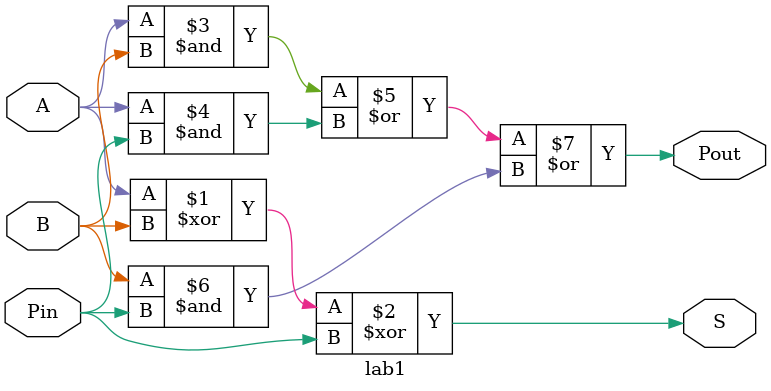
<source format=v>
`timescale 1ns / 1ps

    
module lab1(
  input      A,   // Âõîäíûå ñèãíàëû
  input      B,
  input      Pin,

  output     S,    // Âûõîäíîé ñèãíàë
  output     Pout

  );
  
  assign S = (A ^ B)^Pin;
  assign Pout = (A&B) | (A&Pin) | (B&Pin);

  endmodule

</source>
